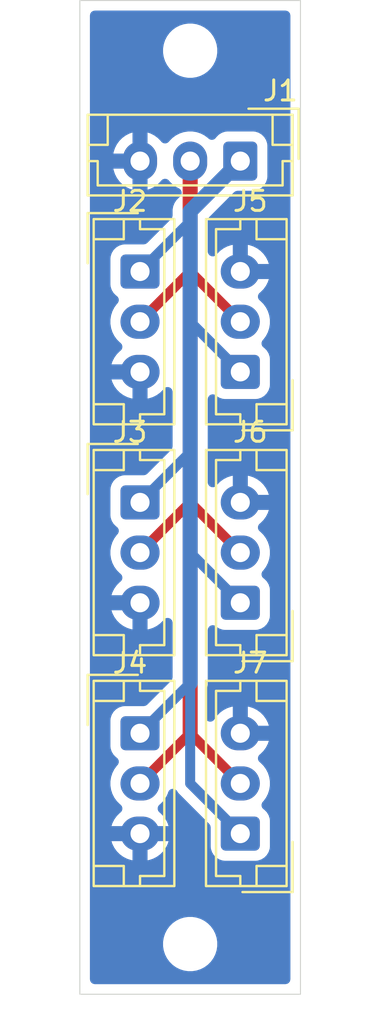
<source format=kicad_pcb>
(kicad_pcb (version 20241229) (generator "pcbnew") (generator_version "9.0")
  (title_block (title "JST XH 3-pin 2.54mm male header adapter") (date "2025-06-11"))
  (layers (0 "F.Cu" signal) (2 "B.Cu" signal) (13 "F.Paste" user) (15 "B.Paste" user) (5 "F.SilkS" user "F.Silkscreen") (7 "B.SilkS" user "B.Silkscreen") (1 "F.Mask" user) (3 "B.Mask" user) (25 "Edge.Cuts" user))
  (net 0 "")
  (net 1 "/S")
  (net 2 "/V")
  (net 3 "/G")
  (footprint "Connector_JST:JST_EH_B3B-EH-A_1x03_P2.50mm_Vertical" (layer "F.Cu") (at 91 71 90)
    (property "Reference" "J5" (at 8.5 0.5 180) (layer "F.SilkS"))
    (property "Value" "Conn_01x03")
    (fp_line (start 7.61 -1.71) (end -2.61 -1.71) (stroke (width 0.12)) (layer "F.SilkS"))
    (fp_line (start -2.61 -1.71) (end -2.61 2.31) (stroke (width 0.12)) (layer "F.SilkS"))
    (fp_line (start 7.11 -1.21) (end 7.11 0) (stroke (width 0.12)) (layer "F.SilkS"))
    (fp_line (start -2.11 -1.21) (end 7.11 -1.21) (stroke (width 0.12)) (layer "F.SilkS"))
    (fp_line (start 7.11 0) (end 7.61 0) (stroke (width 0.12)) (layer "F.SilkS"))
    (fp_line (start -2.11 0) (end -2.11 -1.21) (stroke (width 0.12)) (layer "F.SilkS"))
    (fp_line (start -2.61 0) (end -2.11 0) (stroke (width 0.12)) (layer "F.SilkS"))
    (fp_line (start -2.91 0.11) (end -2.91 2.61) (stroke (width 0.12)) (layer "F.SilkS"))
    (fp_line (start 7.61 0.81) (end 6.61 0.81) (stroke (width 0.12)) (layer "F.SilkS"))
    (fp_line (start 6.61 0.81) (end 6.61 2.31) (stroke (width 0.12)) (layer "F.SilkS"))
    (fp_line (start -1.61 0.81) (end -1.61 2.31) (stroke (width 0.12)) (layer "F.SilkS"))
    (fp_line (start -2.61 0.81) (end -1.61 0.81) (stroke (width 0.12)) (layer "F.SilkS"))
    (fp_line (start 7.61 2.31) (end 7.61 -1.71) (stroke (width 0.12)) (layer "F.SilkS"))
    (fp_line (start -2.61 2.31) (end 7.61 2.31) (stroke (width 0.12)) (layer "F.SilkS"))
    (fp_line (start -2.91 2.61) (end -0.41 2.61) (stroke (width 0.12)) (layer "F.SilkS"))
    (pad "1" thru_hole roundrect (at 0 0 90) (size 1.7 1.95) (drill 0.95) (layers "*.Cu" "*.Mask") (roundrect_rratio 0.147059) (net 1 "/S"))
    (pad "2" thru_hole oval (at 2.5 0 90) (size 1.7 1.95) (drill 0.95) (layers "*.Cu" "*.Mask") (net 2 "/V"))
    (pad "3" thru_hole oval (at 5 0 90) (size 1.7 1.95) (drill 0.95) (layers "*.Cu" "*.Mask") (net 3 "/G"))
  )
  (footprint "MountingHole:MountingHole_2.2mm_M2" (layer "F.Cu") (at 88.5 99.5)
    (property "Reference" "REF**" (hide yes))
    (property "Value" "MountingHole_2.2mm_M2")
    (pad "" np_thru_hole circle (at 0 0) (size 2.2 2.2) (drill 2.2) (layers "*.Cu" "*.Mask"))
  )
  (footprint "Connector_JST:JST_EH_B3B-EH-A_1x03_P2.50mm_Vertical" (layer "F.Cu") (at 91 82.5 90)
    (property "Reference" "J6" (at 8.5 0.5 180) (layer "F.SilkS"))
    (property "Value" "Conn_01x03")
    (fp_line (start 7.61 -1.71) (end -2.61 -1.71) (stroke (width 0.12)) (layer "F.SilkS"))
    (fp_line (start -2.61 -1.71) (end -2.61 2.31) (stroke (width 0.12)) (layer "F.SilkS"))
    (fp_line (start 7.11 -1.21) (end 7.11 0) (stroke (width 0.12)) (layer "F.SilkS"))
    (fp_line (start -2.11 -1.21) (end 7.11 -1.21) (stroke (width 0.12)) (layer "F.SilkS"))
    (fp_line (start 7.11 0) (end 7.61 0) (stroke (width 0.12)) (layer "F.SilkS"))
    (fp_line (start -2.11 0) (end -2.11 -1.21) (stroke (width 0.12)) (layer "F.SilkS"))
    (fp_line (start -2.61 0) (end -2.11 0) (stroke (width 0.12)) (layer "F.SilkS"))
    (fp_line (start -2.91 0.11) (end -2.91 2.61) (stroke (width 0.12)) (layer "F.SilkS"))
    (fp_line (start 7.61 0.81) (end 6.61 0.81) (stroke (width 0.12)) (layer "F.SilkS"))
    (fp_line (start 6.61 0.81) (end 6.61 2.31) (stroke (width 0.12)) (layer "F.SilkS"))
    (fp_line (start -1.61 0.81) (end -1.61 2.31) (stroke (width 0.12)) (layer "F.SilkS"))
    (fp_line (start -2.61 0.81) (end -1.61 0.81) (stroke (width 0.12)) (layer "F.SilkS"))
    (fp_line (start 7.61 2.31) (end 7.61 -1.71) (stroke (width 0.12)) (layer "F.SilkS"))
    (fp_line (start -2.61 2.31) (end 7.61 2.31) (stroke (width 0.12)) (layer "F.SilkS"))
    (fp_line (start -2.91 2.61) (end -0.41 2.61) (stroke (width 0.12)) (layer "F.SilkS"))
    (pad "1" thru_hole roundrect (at 0 0 90) (size 1.7 1.95) (drill 0.95) (layers "*.Cu" "*.Mask") (roundrect_rratio 0.147059) (net 1 "/S"))
    (pad "2" thru_hole oval (at 2.5 0 90) (size 1.7 1.95) (drill 0.95) (layers "*.Cu" "*.Mask") (net 2 "/V"))
    (pad "3" thru_hole oval (at 5 0 90) (size 1.7 1.95) (drill 0.95) (layers "*.Cu" "*.Mask") (net 3 "/G"))
  )
  (footprint "Connector_JST:JST_EH_B3B-EH-A_1x03_P2.50mm_Vertical" (layer "F.Cu") (at 86 89 -90)
    (property "Reference" "J4" (at -3.5 0.5 180) (layer "F.SilkS"))
    (property "Value" "Conn_01x03")
    (fp_line (start -2.91 2.61) (end -0.41 2.61) (stroke (width 0.12)) (layer "F.SilkS"))
    (fp_line (start -2.61 2.31) (end 7.61 2.31) (stroke (width 0.12)) (layer "F.SilkS"))
    (fp_line (start 7.61 2.31) (end 7.61 -1.71) (stroke (width 0.12)) (layer "F.SilkS"))
    (fp_line (start -2.61 0.81) (end -1.61 0.81) (stroke (width 0.12)) (layer "F.SilkS"))
    (fp_line (start -1.61 0.81) (end -1.61 2.31) (stroke (width 0.12)) (layer "F.SilkS"))
    (fp_line (start 6.61 0.81) (end 6.61 2.31) (stroke (width 0.12)) (layer "F.SilkS"))
    (fp_line (start 7.61 0.81) (end 6.61 0.81) (stroke (width 0.12)) (layer "F.SilkS"))
    (fp_line (start -2.91 0.11) (end -2.91 2.61) (stroke (width 0.12)) (layer "F.SilkS"))
    (fp_line (start -2.61 0) (end -2.11 0) (stroke (width 0.12)) (layer "F.SilkS"))
    (fp_line (start -2.11 0) (end -2.11 -1.21) (stroke (width 0.12)) (layer "F.SilkS"))
    (fp_line (start 7.11 0) (end 7.61 0) (stroke (width 0.12)) (layer "F.SilkS"))
    (fp_line (start -2.11 -1.21) (end 7.11 -1.21) (stroke (width 0.12)) (layer "F.SilkS"))
    (fp_line (start 7.11 -1.21) (end 7.11 0) (stroke (width 0.12)) (layer "F.SilkS"))
    (fp_line (start -2.61 -1.71) (end -2.61 2.31) (stroke (width 0.12)) (layer "F.SilkS"))
    (fp_line (start 7.61 -1.71) (end -2.61 -1.71) (stroke (width 0.12)) (layer "F.SilkS"))
    (pad "1" thru_hole roundrect (at 0 0 270) (size 1.7 1.95) (drill 0.95) (layers "*.Cu" "*.Mask") (roundrect_rratio 0.147059) (net 1 "/S"))
    (pad "2" thru_hole oval (at 2.5 0 270) (size 1.7 1.95) (drill 0.95) (layers "*.Cu" "*.Mask") (net 2 "/V"))
    (pad "3" thru_hole oval (at 5 0 270) (size 1.7 1.95) (drill 0.95) (layers "*.Cu" "*.Mask") (net 3 "/G"))
  )
  (footprint "Connector_JST:JST_EH_B3B-EH-A_1x03_P2.50mm_Vertical" (layer "F.Cu") (at 91 94 90)
    (property "Reference" "J7" (at 8.5 0.5 180) (layer "F.SilkS"))
    (property "Value" "Conn_01x03")
    (fp_line (start 7.61 -1.71) (end -2.61 -1.71) (stroke (width 0.12)) (layer "F.SilkS"))
    (fp_line (start -2.61 -1.71) (end -2.61 2.31) (stroke (width 0.12)) (layer "F.SilkS"))
    (fp_line (start 7.11 -1.21) (end 7.11 0) (stroke (width 0.12)) (layer "F.SilkS"))
    (fp_line (start -2.11 -1.21) (end 7.11 -1.21) (stroke (width 0.12)) (layer "F.SilkS"))
    (fp_line (start 7.11 0) (end 7.61 0) (stroke (width 0.12)) (layer "F.SilkS"))
    (fp_line (start -2.11 0) (end -2.11 -1.21) (stroke (width 0.12)) (layer "F.SilkS"))
    (fp_line (start -2.61 0) (end -2.11 0) (stroke (width 0.12)) (layer "F.SilkS"))
    (fp_line (start -2.91 0.11) (end -2.91 2.61) (stroke (width 0.12)) (layer "F.SilkS"))
    (fp_line (start 7.61 0.81) (end 6.61 0.81) (stroke (width 0.12)) (layer "F.SilkS"))
    (fp_line (start 6.61 0.81) (end 6.61 2.31) (stroke (width 0.12)) (layer "F.SilkS"))
    (fp_line (start -1.61 0.81) (end -1.61 2.31) (stroke (width 0.12)) (layer "F.SilkS"))
    (fp_line (start -2.61 0.81) (end -1.61 0.81) (stroke (width 0.12)) (layer "F.SilkS"))
    (fp_line (start 7.61 2.31) (end 7.61 -1.71) (stroke (width 0.12)) (layer "F.SilkS"))
    (fp_line (start -2.61 2.31) (end 7.61 2.31) (stroke (width 0.12)) (layer "F.SilkS"))
    (fp_line (start -2.91 2.61) (end -0.41 2.61) (stroke (width 0.12)) (layer "F.SilkS"))
    (pad "1" thru_hole roundrect (at 0 0 90) (size 1.7 1.95) (drill 0.95) (layers "*.Cu" "*.Mask") (roundrect_rratio 0.147059) (net 1 "/S"))
    (pad "2" thru_hole oval (at 2.5 0 90) (size 1.7 1.95) (drill 0.95) (layers "*.Cu" "*.Mask") (net 2 "/V"))
    (pad "3" thru_hole oval (at 5 0 90) (size 1.7 1.95) (drill 0.95) (layers "*.Cu" "*.Mask") (net 3 "/G"))
  )
  (footprint "MountingHole:MountingHole_2.2mm_M2" (layer "F.Cu") (at 88.5 55)
    (property "Reference" "REF**" (hide yes))
    (property "Value" "MountingHole_2.2mm_M2")
    (pad "" np_thru_hole circle (at 0 0) (size 2.2 2.2) (drill 2.2) (layers "*.Cu" "*.Mask"))
  )
  (footprint "Connector_JST:JST_EH_B3B-EH-A_1x03_P2.50mm_Vertical" (layer "F.Cu") (at 91 60.5 180)
    (property "Reference" "J1" (at -2 3.5 0) (layer "F.SilkS"))
    (property "Value" "Conn_01x03")
    (fp_line (start 7.61 2.31) (end 7.61 -1.71) (stroke (width 0.12)) (layer "F.SilkS"))
    (fp_line (start 7.61 0.81) (end 6.61 0.81) (stroke (width 0.12)) (layer "F.SilkS"))
    (fp_line (start 7.61 -1.71) (end -2.61 -1.71) (stroke (width 0.12)) (layer "F.SilkS"))
    (fp_line (start 7.11 0) (end 7.61 0) (stroke (width 0.12)) (layer "F.SilkS"))
    (fp_line (start 7.11 -1.21) (end 7.11 0) (stroke (width 0.12)) (layer "F.SilkS"))
    (fp_line (start 6.61 0.81) (end 6.61 2.31) (stroke (width 0.12)) (layer "F.SilkS"))
    (fp_line (start -1.61 0.81) (end -1.61 2.31) (stroke (width 0.12)) (layer "F.SilkS"))
    (fp_line (start -2.11 0) (end -2.11 -1.21) (stroke (width 0.12)) (layer "F.SilkS"))
    (fp_line (start -2.11 -1.21) (end 7.11 -1.21) (stroke (width 0.12)) (layer "F.SilkS"))
    (fp_line (start -2.61 2.31) (end 7.61 2.31) (stroke (width 0.12)) (layer "F.SilkS"))
    (fp_line (start -2.61 0.81) (end -1.61 0.81) (stroke (width 0.12)) (layer "F.SilkS"))
    (fp_line (start -2.61 0) (end -2.11 0) (stroke (width 0.12)) (layer "F.SilkS"))
    (fp_line (start -2.61 -1.71) (end -2.61 2.31) (stroke (width 0.12)) (layer "F.SilkS"))
    (fp_line (start -2.91 2.61) (end -0.41 2.61) (stroke (width 0.12)) (layer "F.SilkS"))
    (fp_line (start -2.91 0.11) (end -2.91 2.61) (stroke (width 0.12)) (layer "F.SilkS"))
    (pad "1" thru_hole roundrect (at 0 0 180) (size 1.7 1.95) (drill 0.95) (layers "*.Cu" "*.Mask") (roundrect_rratio 0.147059) (net 1 "/S"))
    (pad "2" thru_hole oval (at 2.5 0 180) (size 1.7 1.95) (drill 0.95) (layers "*.Cu" "*.Mask") (net 2 "/V"))
    (pad "3" thru_hole oval (at 5 0 180) (size 1.7 1.95) (drill 0.95) (layers "*.Cu" "*.Mask") (net 3 "/G"))
  )
  (footprint "Connector_JST:JST_EH_B3B-EH-A_1x03_P2.50mm_Vertical" (layer "F.Cu") (at 86 77.5 -90)
    (property "Reference" "J3" (at -3.5 0.5 180) (layer "F.SilkS"))
    (property "Value" "Conn_01x03")
    (fp_line (start -2.91 2.61) (end -0.41 2.61) (stroke (width 0.12)) (layer "F.SilkS"))
    (fp_line (start -2.61 2.31) (end 7.61 2.31) (stroke (width 0.12)) (layer "F.SilkS"))
    (fp_line (start 7.61 2.31) (end 7.61 -1.71) (stroke (width 0.12)) (layer "F.SilkS"))
    (fp_line (start -2.61 0.81) (end -1.61 0.81) (stroke (width 0.12)) (layer "F.SilkS"))
    (fp_line (start -1.61 0.81) (end -1.61 2.31) (stroke (width 0.12)) (layer "F.SilkS"))
    (fp_line (start 6.61 0.81) (end 6.61 2.31) (stroke (width 0.12)) (layer "F.SilkS"))
    (fp_line (start 7.61 0.81) (end 6.61 0.81) (stroke (width 0.12)) (layer "F.SilkS"))
    (fp_line (start -2.91 0.11) (end -2.91 2.61) (stroke (width 0.12)) (layer "F.SilkS"))
    (fp_line (start -2.61 0) (end -2.11 0) (stroke (width 0.12)) (layer "F.SilkS"))
    (fp_line (start -2.11 0) (end -2.11 -1.21) (stroke (width 0.12)) (layer "F.SilkS"))
    (fp_line (start 7.11 0) (end 7.61 0) (stroke (width 0.12)) (layer "F.SilkS"))
    (fp_line (start -2.11 -1.21) (end 7.11 -1.21) (stroke (width 0.12)) (layer "F.SilkS"))
    (fp_line (start 7.11 -1.21) (end 7.11 0) (stroke (width 0.12)) (layer "F.SilkS"))
    (fp_line (start -2.61 -1.71) (end -2.61 2.31) (stroke (width 0.12)) (layer "F.SilkS"))
    (fp_line (start 7.61 -1.71) (end -2.61 -1.71) (stroke (width 0.12)) (layer "F.SilkS"))
    (pad "1" thru_hole roundrect (at 0 0 270) (size 1.7 1.95) (drill 0.95) (layers "*.Cu" "*.Mask") (roundrect_rratio 0.147059) (net 1 "/S"))
    (pad "2" thru_hole oval (at 2.5 0 270) (size 1.7 1.95) (drill 0.95) (layers "*.Cu" "*.Mask") (net 2 "/V"))
    (pad "3" thru_hole oval (at 5 0 270) (size 1.7 1.95) (drill 0.95) (layers "*.Cu" "*.Mask") (net 3 "/G"))
  )
  (footprint "Connector_JST:JST_EH_B3B-EH-A_1x03_P2.50mm_Vertical" (layer "F.Cu") (at 86 66 -90)
    (property "Reference" "J2" (at -3.5 0.5 0) (layer "F.SilkS"))
    (property "Value" "Conn_01x03")
    (fp_line (start -2.91 2.61) (end -0.41 2.61) (stroke (width 0.12)) (layer "F.SilkS"))
    (fp_line (start -2.61 2.31) (end 7.61 2.31) (stroke (width 0.12)) (layer "F.SilkS"))
    (fp_line (start 7.61 2.31) (end 7.61 -1.71) (stroke (width 0.12)) (layer "F.SilkS"))
    (fp_line (start -2.61 0.81) (end -1.61 0.81) (stroke (width 0.12)) (layer "F.SilkS"))
    (fp_line (start -1.61 0.81) (end -1.61 2.31) (stroke (width 0.12)) (layer "F.SilkS"))
    (fp_line (start 6.61 0.81) (end 6.61 2.31) (stroke (width 0.12)) (layer "F.SilkS"))
    (fp_line (start 7.61 0.81) (end 6.61 0.81) (stroke (width 0.12)) (layer "F.SilkS"))
    (fp_line (start -2.91 0.11) (end -2.91 2.61) (stroke (width 0.12)) (layer "F.SilkS"))
    (fp_line (start -2.61 0) (end -2.11 0) (stroke (width 0.12)) (layer "F.SilkS"))
    (fp_line (start -2.11 0) (end -2.11 -1.21) (stroke (width 0.12)) (layer "F.SilkS"))
    (fp_line (start 7.11 0) (end 7.61 0) (stroke (width 0.12)) (layer "F.SilkS"))
    (fp_line (start -2.11 -1.21) (end 7.11 -1.21) (stroke (width 0.12)) (layer "F.SilkS"))
    (fp_line (start 7.11 -1.21) (end 7.11 0) (stroke (width 0.12)) (layer "F.SilkS"))
    (fp_line (start -2.61 -1.71) (end -2.61 2.31) (stroke (width 0.12)) (layer "F.SilkS"))
    (fp_line (start 7.61 -1.71) (end -2.61 -1.71) (stroke (width 0.12)) (layer "F.SilkS"))
    (pad "1" thru_hole roundrect (at 0 0 270) (size 1.7 1.95) (drill 0.95) (layers "*.Cu" "*.Mask") (roundrect_rratio 0.147059) (net 1 "/S"))
    (pad "2" thru_hole oval (at 2.5 0 270) (size 1.7 1.95) (drill 0.95) (layers "*.Cu" "*.Mask") (net 2 "/V"))
    (pad "3" thru_hole oval (at 5 0 270) (size 1.7 1.95) (drill 0.95) (layers "*.Cu" "*.Mask") (net 3 "/G"))
  )
  (gr_rect (start 83 52.5) (end 94 102) (stroke (width 0.05)) (fill no) (layer "Edge.Cuts"))
  (segment (start 86 77.5) (end 88.5 75) (width 0.5) (layer "B.Cu") (net 1))
  (segment (start 88.5 63.5) (end 86 66) (width 0.5) (layer "B.Cu") (net 1))
  (segment (start 86 89) (end 88.5 86.5) (width 0.5) (layer "B.Cu") (net 1))
  (segment (start 91 60.5) (end 91 61) (width 0.75) (layer "B.Cu") (net 1))
  (segment (start 91 60.5) (end 88.5 63) (width 0.75) (layer "B.Cu") (net 1))
  (segment (start 88.5 86.5) (end 88.5 80) (width 0.75) (layer "B.Cu") (net 1))
  (segment (start 91 82.5) (end 88.5 80) (width 0.5) (layer "B.Cu") (net 1))
  (segment (start 91 71) (end 88.5 68.5) (width 0.5) (layer "B.Cu") (net 1))
  (segment (start 88.5 91.5) (end 91 94) (width 0.5) (layer "B.Cu") (net 1))
  (segment (start 88.5 86.5) (end 88.5 91.5) (width 0.5) (layer "B.Cu") (net 1))
  (segment (start 88.5 80) (end 88.5 63) (width 0.75) (layer "B.Cu") (net 1))
  (segment (start 88.5 77.5) (end 88.5 89) (width 0.75) (layer "F.Cu") (net 2))
  (segment (start 91 80) (end 88.5 77.5) (width 0.5) (layer "F.Cu") (net 2))
  (segment (start 86 80) (end 88.5 77.5) (width 0.5) (layer "F.Cu") (net 2))
  (segment (start 88.5 89) (end 91 91.5) (width 0.5) (layer "F.Cu") (net 2))
  (segment (start 88.5 66) (end 88.5 77.5) (width 0.75) (layer "F.Cu") (net 2))
  (segment (start 88.5 60.5) (end 88.5 66) (width 0.75) (layer "F.Cu") (net 2))
  (segment (start 86 68.5) (end 88.5 66) (width 0.5) (layer "F.Cu") (net 2))
  (segment (start 91 68.5) (end 88.5 66) (width 0.5) (layer "F.Cu") (net 2))
  (segment (start 86 91.5) (end 88.5 89) (width 0.5) (layer "F.Cu") (net 2))
  (zone (net 3) (net_name "/G") (layer "B.Cu") (name "G") (connect_pads (clearance 0.5)) (min_thickness 0.5) (fill yes (thermal_gap 0.5) (thermal_bridge_width 0.75))
    (polygon (pts (xy 83 52.5) (xy 94 52.5) (xy 94 102) (xy 83 102)))
  )
)
</source>
